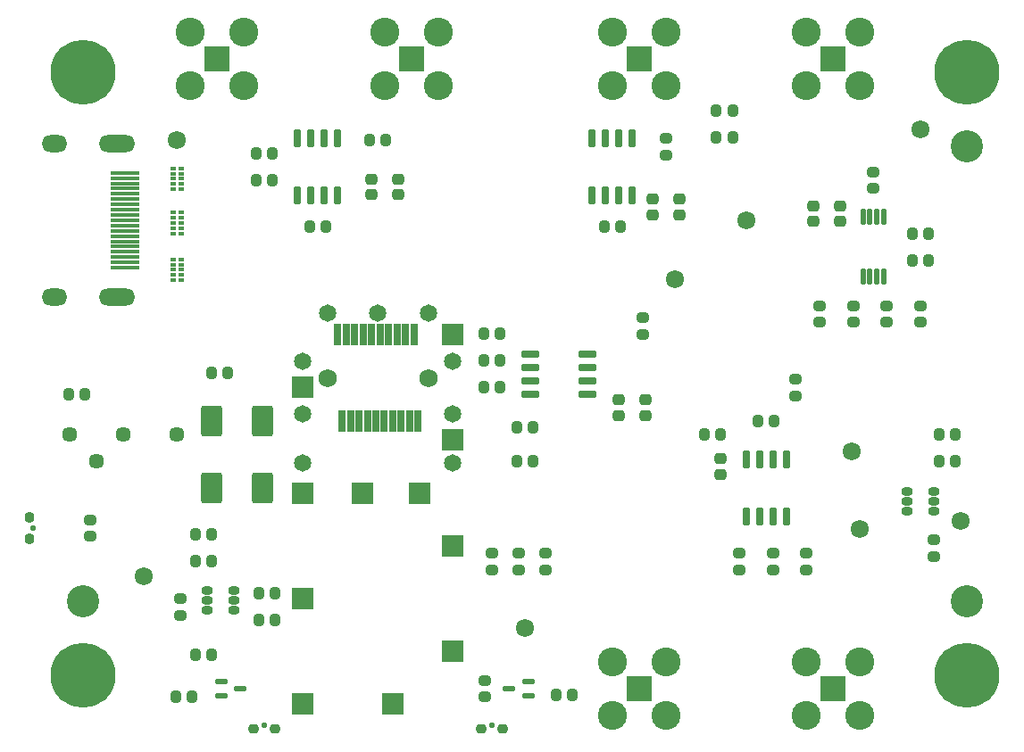
<source format=gbr>
G04*
G04 #@! TF.GenerationSoftware,Altium Limited,Altium Designer,24.8.2 (39)*
G04*
G04 Layer_Color=8388736*
%FSLAX25Y25*%
%MOIN*%
G70*
G04*
G04 #@! TF.SameCoordinates,F580BFCB-8435-4B95-B66A-8E6D2DB6F108*
G04*
G04*
G04 #@! TF.FilePolarity,Negative*
G04*
G01*
G75*
G04:AMPARAMS|DCode=41|XSize=81mil|YSize=115.84mil|CornerRadius=12.38mil|HoleSize=0mil|Usage=FLASHONLY|Rotation=180.000|XOffset=0mil|YOffset=0mil|HoleType=Round|Shape=RoundedRectangle|*
%AMROUNDEDRECTD41*
21,1,0.08100,0.09109,0,0,180.0*
21,1,0.05625,0.11584,0,0,180.0*
1,1,0.02475,-0.02813,0.04555*
1,1,0.02475,0.02813,0.04555*
1,1,0.02475,0.02813,-0.04555*
1,1,0.02475,-0.02813,-0.04555*
%
%ADD41ROUNDEDRECTD41*%
G04:AMPARAMS|DCode=42|XSize=38.76mil|YSize=31.08mil|CornerRadius=9.27mil|HoleSize=0mil|Usage=FLASHONLY|Rotation=0.000|XOffset=0mil|YOffset=0mil|HoleType=Round|Shape=RoundedRectangle|*
%AMROUNDEDRECTD42*
21,1,0.03876,0.01254,0,0,0.0*
21,1,0.02022,0.03108,0,0,0.0*
1,1,0.01854,0.01011,-0.00627*
1,1,0.01854,-0.01011,-0.00627*
1,1,0.01854,-0.01011,0.00627*
1,1,0.01854,0.01011,0.00627*
%
%ADD42ROUNDEDRECTD42*%
G04:AMPARAMS|DCode=43|XSize=48.91mil|YSize=20.96mil|CornerRadius=6.97mil|HoleSize=0mil|Usage=FLASHONLY|Rotation=0.000|XOffset=0mil|YOffset=0mil|HoleType=Round|Shape=RoundedRectangle|*
%AMROUNDEDRECTD43*
21,1,0.04891,0.00703,0,0,0.0*
21,1,0.03498,0.02096,0,0,0.0*
1,1,0.01393,0.01749,-0.00352*
1,1,0.01393,-0.01749,-0.00352*
1,1,0.01393,-0.01749,0.00352*
1,1,0.01393,0.01749,0.00352*
%
%ADD43ROUNDEDRECTD43*%
G04:AMPARAMS|DCode=44|XSize=59.54mil|YSize=21.35mil|CornerRadius=6.92mil|HoleSize=0mil|Usage=FLASHONLY|Rotation=270.000|XOffset=0mil|YOffset=0mil|HoleType=Round|Shape=RoundedRectangle|*
%AMROUNDEDRECTD44*
21,1,0.05954,0.00752,0,0,270.0*
21,1,0.04571,0.02135,0,0,270.0*
1,1,0.01383,-0.00376,-0.02286*
1,1,0.01383,-0.00376,0.02286*
1,1,0.01383,0.00376,0.02286*
1,1,0.01383,0.00376,-0.02286*
%
%ADD44ROUNDEDRECTD44*%
G04:AMPARAMS|DCode=45|XSize=67.02mil|YSize=29.62mil|CornerRadius=8.91mil|HoleSize=0mil|Usage=FLASHONLY|Rotation=0.000|XOffset=0mil|YOffset=0mil|HoleType=Round|Shape=RoundedRectangle|*
%AMROUNDEDRECTD45*
21,1,0.06702,0.01181,0,0,0.0*
21,1,0.04921,0.02962,0,0,0.0*
1,1,0.01781,0.02461,-0.00591*
1,1,0.01781,-0.02461,-0.00591*
1,1,0.01781,-0.02461,0.00591*
1,1,0.01781,0.02461,0.00591*
%
%ADD45ROUNDEDRECTD45*%
G04:AMPARAMS|DCode=46|XSize=38.28mil|YSize=44.58mil|CornerRadius=11.23mil|HoleSize=0mil|Usage=FLASHONLY|Rotation=0.000|XOffset=0mil|YOffset=0mil|HoleType=Round|Shape=RoundedRectangle|*
%AMROUNDEDRECTD46*
21,1,0.03828,0.02212,0,0,0.0*
21,1,0.01582,0.04458,0,0,0.0*
1,1,0.02246,0.00791,-0.01106*
1,1,0.02246,-0.00791,-0.01106*
1,1,0.02246,-0.00791,0.01106*
1,1,0.02246,0.00791,0.01106*
%
%ADD46ROUNDEDRECTD46*%
%ADD47R,0.02470X0.01387*%
%ADD48R,0.10736X0.01681*%
G04:AMPARAMS|DCode=49|XSize=37.5mil|YSize=33.56mil|CornerRadius=9.89mil|HoleSize=0mil|Usage=FLASHONLY|Rotation=180.000|XOffset=0mil|YOffset=0mil|HoleType=Round|Shape=RoundedRectangle|*
%AMROUNDEDRECTD49*
21,1,0.03750,0.01378,0,0,180.0*
21,1,0.01772,0.03356,0,0,180.0*
1,1,0.01978,-0.00886,0.00689*
1,1,0.01978,0.00886,0.00689*
1,1,0.01978,0.00886,-0.00689*
1,1,0.01978,-0.00886,-0.00689*
%
%ADD49ROUNDEDRECTD49*%
G04:AMPARAMS|DCode=50|XSize=21.75mil|YSize=21.75mil|CornerRadius=6.94mil|HoleSize=0mil|Usage=FLASHONLY|Rotation=180.000|XOffset=0mil|YOffset=0mil|HoleType=Round|Shape=RoundedRectangle|*
%AMROUNDEDRECTD50*
21,1,0.02175,0.00787,0,0,180.0*
21,1,0.00787,0.02175,0,0,180.0*
1,1,0.01387,-0.00394,0.00394*
1,1,0.01387,0.00394,0.00394*
1,1,0.01387,0.00394,-0.00394*
1,1,0.01387,-0.00394,-0.00394*
%
%ADD50ROUNDEDRECTD50*%
%ADD51R,0.02568X0.08474*%
G04:AMPARAMS|DCode=52|XSize=40.25mil|YSize=44.19mil|CornerRadius=11.73mil|HoleSize=0mil|Usage=FLASHONLY|Rotation=270.000|XOffset=0mil|YOffset=0mil|HoleType=Round|Shape=RoundedRectangle|*
%AMROUNDEDRECTD52*
21,1,0.04025,0.02072,0,0,270.0*
21,1,0.01678,0.04419,0,0,270.0*
1,1,0.02347,-0.01036,-0.00839*
1,1,0.02347,-0.01036,0.00839*
1,1,0.02347,0.01036,0.00839*
1,1,0.02347,0.01036,-0.00839*
%
%ADD52ROUNDEDRECTD52*%
G04:AMPARAMS|DCode=53|XSize=40.25mil|YSize=44.19mil|CornerRadius=11.73mil|HoleSize=0mil|Usage=FLASHONLY|Rotation=180.000|XOffset=0mil|YOffset=0mil|HoleType=Round|Shape=RoundedRectangle|*
%AMROUNDEDRECTD53*
21,1,0.04025,0.02072,0,0,180.0*
21,1,0.01678,0.04419,0,0,180.0*
1,1,0.02347,-0.00839,0.01036*
1,1,0.02347,0.00839,0.01036*
1,1,0.02347,0.00839,-0.01036*
1,1,0.02347,-0.00839,-0.01036*
%
%ADD53ROUNDEDRECTD53*%
G04:AMPARAMS|DCode=54|XSize=21.75mil|YSize=21.75mil|CornerRadius=6.94mil|HoleSize=0mil|Usage=FLASHONLY|Rotation=90.000|XOffset=0mil|YOffset=0mil|HoleType=Round|Shape=RoundedRectangle|*
%AMROUNDEDRECTD54*
21,1,0.02175,0.00787,0,0,90.0*
21,1,0.00787,0.02175,0,0,90.0*
1,1,0.01387,0.00394,0.00394*
1,1,0.01387,0.00394,-0.00394*
1,1,0.01387,-0.00394,-0.00394*
1,1,0.01387,-0.00394,0.00394*
%
%ADD54ROUNDEDRECTD54*%
G04:AMPARAMS|DCode=55|XSize=37.5mil|YSize=33.56mil|CornerRadius=9.89mil|HoleSize=0mil|Usage=FLASHONLY|Rotation=90.000|XOffset=0mil|YOffset=0mil|HoleType=Round|Shape=RoundedRectangle|*
%AMROUNDEDRECTD55*
21,1,0.03750,0.01378,0,0,90.0*
21,1,0.01772,0.03356,0,0,90.0*
1,1,0.01978,0.00689,0.00886*
1,1,0.01978,0.00689,-0.00886*
1,1,0.01978,-0.00689,-0.00886*
1,1,0.01978,-0.00689,0.00886*
%
%ADD55ROUNDEDRECTD55*%
%ADD56C,0.12000*%
G04:AMPARAMS|DCode=57|XSize=38.28mil|YSize=44.58mil|CornerRadius=11.23mil|HoleSize=0mil|Usage=FLASHONLY|Rotation=90.000|XOffset=0mil|YOffset=0mil|HoleType=Round|Shape=RoundedRectangle|*
%AMROUNDEDRECTD57*
21,1,0.03828,0.02212,0,0,90.0*
21,1,0.01582,0.04458,0,0,90.0*
1,1,0.02246,0.01106,0.00791*
1,1,0.02246,0.01106,-0.00791*
1,1,0.02246,-0.01106,-0.00791*
1,1,0.02246,-0.01106,0.00791*
%
%ADD57ROUNDEDRECTD57*%
G04:AMPARAMS|DCode=58|XSize=67.02mil|YSize=29.62mil|CornerRadius=8.91mil|HoleSize=0mil|Usage=FLASHONLY|Rotation=90.000|XOffset=0mil|YOffset=0mil|HoleType=Round|Shape=RoundedRectangle|*
%AMROUNDEDRECTD58*
21,1,0.06702,0.01181,0,0,90.0*
21,1,0.04921,0.02962,0,0,90.0*
1,1,0.01781,0.00591,0.02461*
1,1,0.01781,0.00591,-0.02461*
1,1,0.01781,-0.00591,-0.02461*
1,1,0.01781,-0.00591,0.02461*
%
%ADD58ROUNDEDRECTD58*%
%ADD59R,0.08474X0.08474*%
%ADD60C,0.06506*%
%ADD61O,0.09555X0.06406*%
%ADD62O,0.13492X0.06406*%
%ADD63C,0.06781*%
%ADD64C,0.24222*%
%ADD65C,0.05718*%
%ADD66C,0.06899*%
%ADD67C,0.10836*%
%ADD68R,0.09655X0.09655*%
D41*
X167953Y335000D02*
D03*
X187047D02*
D03*
X167953Y310000D02*
D03*
X187047D02*
D03*
D42*
X176239Y271740D02*
D03*
Y268000D02*
D03*
Y264260D02*
D03*
X166066D02*
D03*
Y268000D02*
D03*
Y271740D02*
D03*
X427413Y308740D02*
D03*
Y305000D02*
D03*
Y301260D02*
D03*
X437587D02*
D03*
Y305000D02*
D03*
Y308740D02*
D03*
D43*
X178583Y235000D02*
D03*
X171417Y232441D02*
D03*
Y237559D02*
D03*
X278917Y235000D02*
D03*
X286083Y237559D02*
D03*
Y232441D02*
D03*
D44*
X411161Y388858D02*
D03*
X413721D02*
D03*
X416280D02*
D03*
X418839D02*
D03*
Y411142D02*
D03*
X416280D02*
D03*
X413721D02*
D03*
X411161D02*
D03*
D45*
X308130Y345000D02*
D03*
Y350000D02*
D03*
Y355000D02*
D03*
Y360000D02*
D03*
X286870D02*
D03*
Y355000D02*
D03*
Y350000D02*
D03*
Y345000D02*
D03*
D46*
X275551Y367500D02*
D03*
X269449D02*
D03*
X120551Y345000D02*
D03*
X114449D02*
D03*
X226949Y440000D02*
D03*
X233051D02*
D03*
X429449Y405000D02*
D03*
X435551D02*
D03*
Y395000D02*
D03*
X429449D02*
D03*
X160551Y232000D02*
D03*
X154449D02*
D03*
X356386Y451000D02*
D03*
X362488D02*
D03*
X320551Y407500D02*
D03*
X314449D02*
D03*
X210551D02*
D03*
X204449D02*
D03*
X378051Y335000D02*
D03*
X371949D02*
D03*
X184449Y435000D02*
D03*
X190551D02*
D03*
X356386Y441000D02*
D03*
X362488D02*
D03*
X190551Y425000D02*
D03*
X184449D02*
D03*
X269449Y357500D02*
D03*
X275551D02*
D03*
X168051Y282500D02*
D03*
X161949D02*
D03*
X275551Y347500D02*
D03*
X269449D02*
D03*
X185601Y260500D02*
D03*
X191703D02*
D03*
X302551Y232500D02*
D03*
X296449D02*
D03*
X168051Y247500D02*
D03*
X161949D02*
D03*
D47*
X153474Y421563D02*
D03*
Y423531D02*
D03*
X156526Y421563D02*
D03*
Y423531D02*
D03*
X153474Y425500D02*
D03*
Y427468D02*
D03*
Y429437D02*
D03*
X156526D02*
D03*
Y427468D02*
D03*
Y425500D02*
D03*
Y393468D02*
D03*
Y395437D02*
D03*
Y387563D02*
D03*
Y389531D02*
D03*
Y391500D02*
D03*
X153474Y395437D02*
D03*
Y393468D02*
D03*
Y391500D02*
D03*
Y389531D02*
D03*
Y387563D02*
D03*
X156526Y405063D02*
D03*
Y407031D02*
D03*
Y409000D02*
D03*
Y410968D02*
D03*
Y412937D02*
D03*
X153474D02*
D03*
Y410968D02*
D03*
Y409000D02*
D03*
Y407031D02*
D03*
Y405063D02*
D03*
D48*
X135591Y427716D02*
D03*
Y425748D02*
D03*
Y423779D02*
D03*
Y421811D02*
D03*
Y419842D02*
D03*
Y417874D02*
D03*
Y415906D02*
D03*
Y413937D02*
D03*
Y411969D02*
D03*
Y410000D02*
D03*
Y408032D02*
D03*
Y406063D02*
D03*
Y404095D02*
D03*
Y402126D02*
D03*
Y400157D02*
D03*
Y398189D02*
D03*
Y396220D02*
D03*
Y394252D02*
D03*
Y392284D02*
D03*
D49*
X183563Y220000D02*
D03*
X191437D02*
D03*
X268563D02*
D03*
X276437D02*
D03*
D50*
X187500Y221378D02*
D03*
X272500D02*
D03*
D51*
X216634Y334898D02*
D03*
X219784D02*
D03*
X222933D02*
D03*
X226083D02*
D03*
X229233D02*
D03*
X232382D02*
D03*
X235532D02*
D03*
X238682D02*
D03*
X241831D02*
D03*
X244981D02*
D03*
X243406Y367182D02*
D03*
X240256D02*
D03*
X237107D02*
D03*
X233957D02*
D03*
X230807D02*
D03*
X227658D02*
D03*
X224508D02*
D03*
X221359D02*
D03*
X218209D02*
D03*
X215059D02*
D03*
D52*
X320000Y337047D02*
D03*
Y342953D02*
D03*
X330000Y337047D02*
D03*
Y342953D02*
D03*
X342500Y412047D02*
D03*
Y417953D02*
D03*
X332500Y412047D02*
D03*
Y417953D02*
D03*
X237500Y419547D02*
D03*
Y425453D02*
D03*
X227500Y419547D02*
D03*
Y425453D02*
D03*
X358000Y315047D02*
D03*
Y320953D02*
D03*
X392500Y415453D02*
D03*
Y409547D02*
D03*
X402500Y415453D02*
D03*
Y409547D02*
D03*
D53*
X282047Y320000D02*
D03*
X287953D02*
D03*
X282047Y332500D02*
D03*
X287953D02*
D03*
X352047Y330000D02*
D03*
X357953D02*
D03*
X445453Y320000D02*
D03*
X439547D02*
D03*
X445453Y330000D02*
D03*
X439547D02*
D03*
X162047Y292500D02*
D03*
X167953D02*
D03*
X173953Y353000D02*
D03*
X168047D02*
D03*
X185699Y270500D02*
D03*
X191605D02*
D03*
D54*
X101378Y295000D02*
D03*
D55*
X100000Y291063D02*
D03*
Y298937D02*
D03*
D56*
X450000Y437500D02*
D03*
X120000Y267500D02*
D03*
X450000D02*
D03*
D57*
X122500Y298051D02*
D03*
Y291949D02*
D03*
X337500Y434449D02*
D03*
Y440551D02*
D03*
X390000Y285551D02*
D03*
Y279449D02*
D03*
X329000Y367386D02*
D03*
Y373488D02*
D03*
X386000Y344449D02*
D03*
Y350551D02*
D03*
X395000Y378051D02*
D03*
Y371949D02*
D03*
X420000Y378051D02*
D03*
Y371949D02*
D03*
X415000Y428051D02*
D03*
Y421949D02*
D03*
X407500Y378051D02*
D03*
Y371949D02*
D03*
X432500Y378051D02*
D03*
Y371949D02*
D03*
X292500Y279449D02*
D03*
Y285551D02*
D03*
X282500Y279449D02*
D03*
Y285551D02*
D03*
X270000Y231949D02*
D03*
Y238051D02*
D03*
X272500Y285551D02*
D03*
Y279449D02*
D03*
X377500Y285551D02*
D03*
Y279449D02*
D03*
X437500Y284449D02*
D03*
Y290551D02*
D03*
X365000Y279449D02*
D03*
Y285551D02*
D03*
X156152Y268551D02*
D03*
Y262449D02*
D03*
D58*
X320000Y440630D02*
D03*
X315000D02*
D03*
Y419370D02*
D03*
X320000D02*
D03*
X325000Y440630D02*
D03*
X310000D02*
D03*
Y419370D02*
D03*
X325000D02*
D03*
X205000D02*
D03*
X210000D02*
D03*
X215000Y440630D02*
D03*
X210000D02*
D03*
X205000D02*
D03*
X200000D02*
D03*
Y419370D02*
D03*
X215000D02*
D03*
X367500Y299370D02*
D03*
X372500D02*
D03*
X377500D02*
D03*
X382500D02*
D03*
Y320630D02*
D03*
X377500D02*
D03*
X372500D02*
D03*
X367500D02*
D03*
D59*
X201949Y347500D02*
D03*
X258051Y367185D02*
D03*
Y327815D02*
D03*
X245571Y308130D02*
D03*
X224311D02*
D03*
X201949D02*
D03*
Y268760D02*
D03*
Y229390D02*
D03*
X235728D02*
D03*
X258051Y288445D02*
D03*
Y249075D02*
D03*
D60*
X201949Y357343D02*
D03*
Y337657D02*
D03*
X258051Y357343D02*
D03*
Y337657D02*
D03*
Y319153D02*
D03*
X201949D02*
D03*
X248917Y375453D02*
D03*
X230020D02*
D03*
X211122D02*
D03*
D61*
X109134Y438543D02*
D03*
Y381457D02*
D03*
D62*
X132598Y438543D02*
D03*
Y381457D02*
D03*
D63*
X142500Y277000D02*
D03*
X341000Y388000D02*
D03*
X367500Y410000D02*
D03*
X410000Y294500D02*
D03*
X407000Y323500D02*
D03*
X432500Y444000D02*
D03*
X285000Y257500D02*
D03*
X155000Y440000D02*
D03*
X447500Y297500D02*
D03*
D64*
X120000Y465200D02*
D03*
X450000D02*
D03*
Y240000D02*
D03*
X120000D02*
D03*
D65*
X155000Y330000D02*
D03*
X115000D02*
D03*
X125000Y320000D02*
D03*
X135000Y330000D02*
D03*
D66*
X248918Y351040D02*
D03*
X211122D02*
D03*
D67*
X337500Y244806D02*
D03*
Y224806D02*
D03*
X317500Y244806D02*
D03*
Y224806D02*
D03*
Y460394D02*
D03*
Y480394D02*
D03*
X337500Y460394D02*
D03*
Y480394D02*
D03*
X390000Y460394D02*
D03*
Y480394D02*
D03*
X410000Y460394D02*
D03*
Y480394D02*
D03*
X232500Y460394D02*
D03*
Y480394D02*
D03*
X252500Y460394D02*
D03*
Y480394D02*
D03*
X160000Y460394D02*
D03*
Y480394D02*
D03*
X180000Y460394D02*
D03*
Y480394D02*
D03*
X410000Y244806D02*
D03*
Y224806D02*
D03*
X390000Y244806D02*
D03*
Y224806D02*
D03*
D68*
X327500Y234806D02*
D03*
Y470394D02*
D03*
X400000D02*
D03*
X242500D02*
D03*
X170000D02*
D03*
X400000Y234806D02*
D03*
M02*

</source>
